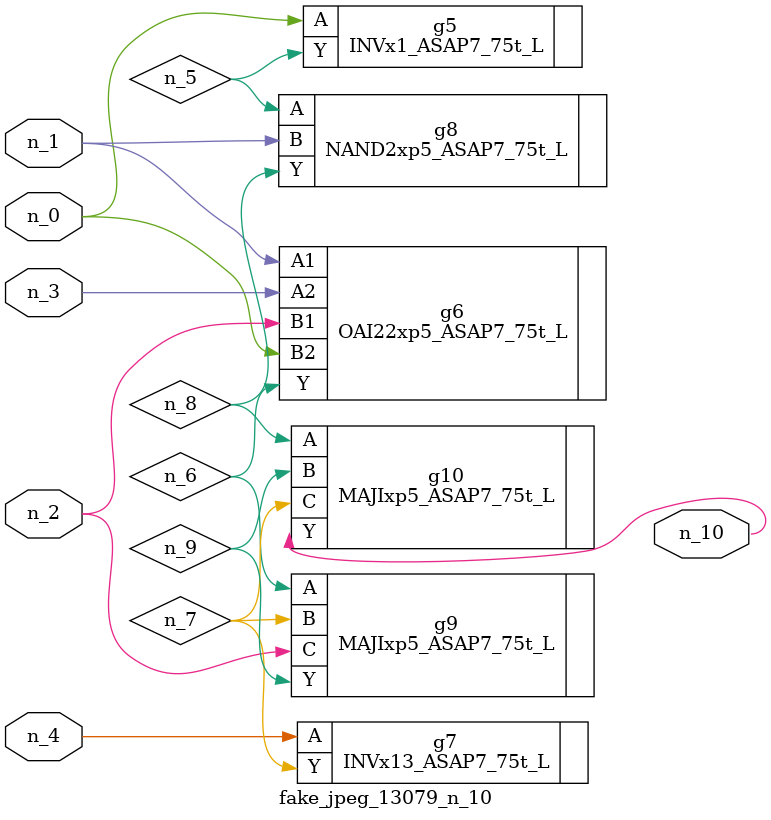
<source format=v>
module fake_jpeg_13079_n_10 (n_3, n_2, n_1, n_0, n_4, n_10);

input n_3;
input n_2;
input n_1;
input n_0;
input n_4;

output n_10;

wire n_8;
wire n_9;
wire n_6;
wire n_5;
wire n_7;

INVx1_ASAP7_75t_L g5 ( 
.A(n_0),
.Y(n_5)
);

OAI22xp5_ASAP7_75t_L g6 ( 
.A1(n_1),
.A2(n_3),
.B1(n_2),
.B2(n_0),
.Y(n_6)
);

INVx13_ASAP7_75t_L g7 ( 
.A(n_4),
.Y(n_7)
);

NAND2xp5_ASAP7_75t_L g8 ( 
.A(n_5),
.B(n_1),
.Y(n_8)
);

MAJIxp5_ASAP7_75t_L g10 ( 
.A(n_8),
.B(n_9),
.C(n_7),
.Y(n_10)
);

MAJIxp5_ASAP7_75t_L g9 ( 
.A(n_6),
.B(n_7),
.C(n_2),
.Y(n_9)
);


endmodule
</source>
